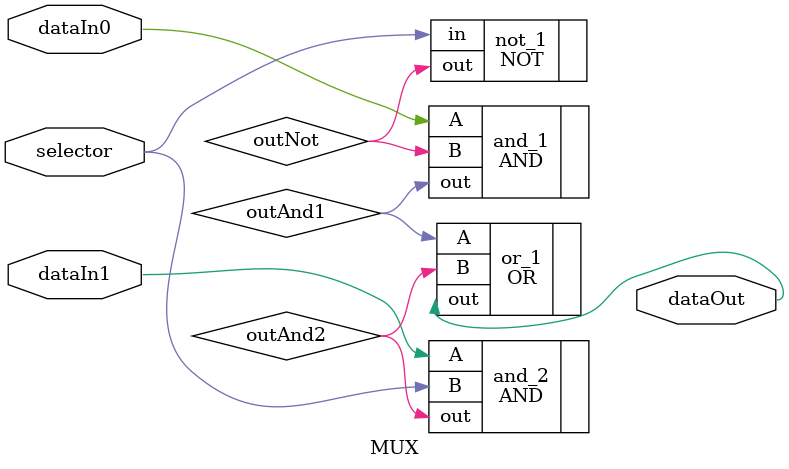
<source format=v>
`include "not.v"
`include "or.v"
`include "and.v"

module MUX (  
    output dataOut,
    input dataIn0,
    input dataIn1,
    input selector);

    //Compuerta Not
    wire outNot;
    NOT not_1(
        //output
        .out (outNot),
        //input
        .in (selector)
    );

    //Compuerta And#1
    wire outAnd1;
    AND and_1 (
        //output 
        .out (outAnd1),
        //Input
        .A (dataIn0),
        .B (outNot) 
    );

    //Compuerta And#2
    wire outAnd2;
    AND and_2 (
        //output 
        .out (outAnd2),
        //Input
        .A (dataIn1),
        .B (selector)
    );

    //Compuerta OR
    OR or_1(
        //output
        .out (dataOut),
        //input
        .A (outAnd1),
        .B (outAnd2)
    );    
endmodule
</source>
